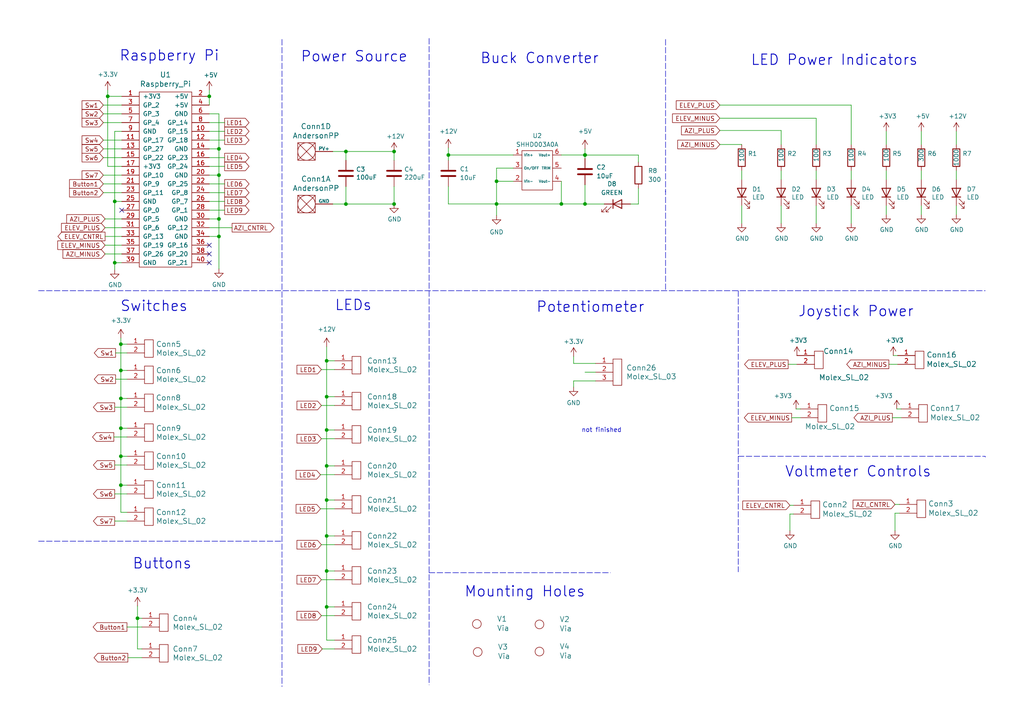
<source format=kicad_sch>
(kicad_sch (version 20230121) (generator eeschema)
  (paper "A4")
  (lib_symbols
    (symbol "Device:C" (pin_numbers hide) (pin_names (offset 0.254))
      (property "Reference" "C" (at 0.635 2.54 0))
      (property "Value" "C" (at 0.635 -2.54 0))
      (symbol "C_0_1"
        (polyline (pts (xy -2.032 -0.762) (xy 2.032 -0.762)) (stroke (width 0.508)))
        (polyline (pts (xy -2.032 0.762) (xy 2.032 0.762)) (stroke (width 0.508)))
      )
      (symbol "C_1_1"
        (pin passive line (at 0 3.81 270) (length 2.794) (name "~") (number "1"))
        (pin passive line (at 0 -3.81 90) (length 2.794) (name "~") (number "2"))
      )
    )
    (symbol "Device:LED" (pin_numbers hide) (pin_names (offset 1.016) hide)
      (property "Reference" "D" (at 0 2.54 0))
      (property "Value" "LED" (at 0 -2.54 0))
      (symbol "LED_0_1"
        (polyline (pts (xy -1.27 -1.27) (xy -1.27 1.27)) (stroke (width 0.254)))
        (polyline (pts (xy -1.27 0) (xy 1.27 0)))
        (polyline (pts (xy 1.27 -1.27) (xy 1.27 1.27) (xy -1.27 0) (xy 1.27 -1.27)) (stroke (width 0.254)))
        (polyline (pts (xy -3.048 -0.762) (xy -4.572 -2.286) (xy -3.81 -2.286) (xy -4.572 -2.286) (xy -4.572 -1.524)))
        (polyline (pts (xy -1.778 -0.762) (xy -3.302 -2.286) (xy -2.54 -2.286) (xy -3.302 -2.286) (xy -3.302 -1.524)))
      )
      (symbol "LED_1_1"
        (pin passive line (at -3.81 0 0) (length 2.54) (name "K") (number "1"))
        (pin passive line (at 3.81 0 180) (length 2.54) (name "A") (number "2"))
      )
    )
    (symbol "Device:R" (pin_numbers hide) (pin_names (offset 0))
      (property "Reference" "R" (at 2.032 0 90))
      (property "Value" "R" (at 0 0 90))
      (symbol "R_0_1"
        (rectangle (start -1.016 -2.54) (end 1.016 2.54) (stroke (width 0.254)))
      )
      (symbol "R_1_1"
        (pin passive line (at 0 3.81 270) (length 1.27) (name "~") (number "1"))
        (pin passive line (at 0 -3.81 90) (length 1.27) (name "~") (number "2"))
      )
    )
    (symbol "EquipmentServicingPanel_Hardware_2023_Rev1-rescue:+3.3V-power" (power) (pin_names (offset 0))
      (property "Value" "+3.3V-power" (at 0 3.556 0))
      (symbol "+3.3V-power_0_1"
        (polyline (pts (xy -0.762 1.27) (xy 0 2.54)))
        (polyline (pts (xy 0 0) (xy 0 2.54)))
        (polyline (pts (xy 0 2.54) (xy 0.762 1.27)))
      )
      (symbol "+3.3V-power_1_1"
        (pin power_in line (at 0 0 90) (length 0) hide (name "+3V3") (number "1"))
      )
    )
    (symbol "MRDT_Connectors:AndersonPP" (pin_numbers hide) (pin_names (offset 0))
      (property "Reference" "Conn" (at 3.81 -1.27 0))
      (property "Value" "AndersonPP" (at 2.54 6.35 0))
      (symbol "AndersonPP_0_1"
        (polyline (pts (xy 0 5.08) (xy 5.08 0)))
        (polyline (pts (xy 5.08 5.08) (xy 0 0)))
        (rectangle (start 0 0) (end 5.08 5.08))
        (circle (center 2.54 2.54) (radius 2.54))
      )
      (symbol "AndersonPP_1_1"
        (pin input line (at 10.16 2.54 180) (length 5.08) (name "GND") (number "1"))
      )
      (symbol "AndersonPP_2_1"
        (pin input line (at 10.16 2.54 180) (length 5.08) (name "V+Log") (number "2"))
      )
      (symbol "AndersonPP_3_1"
        (pin input line (at 10.16 2.54 180) (length 5.08) (name "V+Act") (number "3"))
      )
      (symbol "AndersonPP_4_1"
        (pin input line (at 10.16 2.54 180) (length 5.08) (name "PV+") (number "4"))
      )
      (symbol "AndersonPP_5_1"
        (pin input line (at 10.16 2.54 180) (length 5.08) (name "~") (number "1"))
      )
    )
    (symbol "MRDT_Connectors:Molex_SL_02" (pin_names (offset 1.016))
      (property "Reference" "Conn" (at 3.81 -1.27 0))
      (property "Value" "Molex_SL_02" (at 1.27 6.35 0))
      (symbol "Molex_SL_02_0_1"
        (rectangle (start 0 5.08) (end 2.54 0))
      )
      (symbol "Molex_SL_02_1_1"
        (pin input line (at -5.08 3.81 0) (length 5.08) (name "~") (number "1"))
        (pin input line (at -5.08 1.27 0) (length 5.08) (name "~") (number "2"))
      )
    )
    (symbol "MRDT_Connectors:Molex_SL_03" (pin_names (offset 1.016))
      (property "Reference" "Conn" (at 3.81 -1.27 0))
      (property "Value" "Molex_SL_03" (at 1.27 8.89 0))
      (symbol "Molex_SL_03_0_1"
        (rectangle (start 0 7.62) (end 2.54 0))
      )
      (symbol "Molex_SL_03_1_1"
        (pin input line (at -5.08 6.35 0) (length 5.08) (name "~") (number "1"))
        (pin input line (at -5.08 3.81 0) (length 5.08) (name "~") (number "2"))
        (pin input line (at -5.08 1.27 0) (length 5.08) (name "~") (number "3"))
      )
    )
    (symbol "MRDT_Devices:SHHD003A0A"
      (property "Reference" "U" (at 0 0 0))
      (property "Value" "SHHD003A0A" (at 0 0 0))
      (symbol "SHHD003A0A_0_1"
        (rectangle (start -3.81 13.97) (end 5.08 2.54))
      )
      (symbol "SHHD003A0A_1_1"
        (pin input line (at -6.35 12.7 0) (length 2.54) (name "Vin+") (number "1"))
        (pin input line (at -6.35 5.08 0) (length 2.54) (name "Vin-") (number "2"))
        (pin input line (at -6.35 8.89 0) (length 2.54) (name "On/OFF") (number "3"))
        (pin output line (at 7.62 5.08 180) (length 2.54) (name "Vout-") (number "4"))
        (pin output line (at 7.62 8.89 180) (length 2.54) (name "TRIM") (number "5"))
        (pin output line (at 7.62 12.7 180) (length 2.54) (name "Vout+") (number "6"))
      )
    )
    (symbol "MRDT_Drill_Holes:Via" (pin_names (offset 1.016))
      (property "Reference" "V" (at 0 -2.54 0))
      (property "Value" "Via" (at 0 2.54 0))
      (symbol "Via_0_1"
        (circle (center 0 0) (radius 1.27))
      )
      (symbol "Via_1_1"
        (pin input line (at 0 0 0) (length 5.08) hide (name "~") (number "1"))
      )
    )
    (symbol "MRDT_Shields:Raspberry_Pi" (pin_names (offset 1.016))
      (property "Reference" "U" (at 1.27 -1.27 0))
      (property "Value" "Raspberry_Pi" (at 7.62 52.07 0))
      (symbol "Raspberry_Pi_0_1"
        (rectangle (start 15.24 0) (end 0 50.8))
      )
      (symbol "Raspberry_Pi_1_1"
        (pin input line (at -5.08 49.53 0) (length 5.08) (name "+3V3") (number "1"))
        (pin input line (at 20.32 39.37 180) (length 5.08) (name "GP_15") (number "10"))
        (pin input line (at -5.08 36.83 0) (length 5.08) (name "GP_17") (number "11"))
        (pin input line (at 20.32 36.83 180) (length 5.08) (name "GP_18") (number "12"))
        (pin input line (at -5.08 34.29 0) (length 5.08) (name "GP_27") (number "13"))
        (pin input line (at 20.32 34.29 180) (length 5.08) (name "GND") (number "14"))
        (pin input line (at -5.08 31.75 0) (length 5.08) (name "GP_22") (number "15"))
        (pin input line (at 20.32 31.75 180) (length 5.08) (name "GP_23") (number "16"))
        (pin input line (at 20.32 29.21 180) (length 5.08) (name "GP_24") (number "16"))
        (pin input line (at -5.08 29.21 0) (length 5.08) (name "+3V3") (number "17"))
        (pin input line (at -5.08 26.67 0) (length 5.08) (name "GP_10") (number "19"))
        (pin input line (at 20.32 49.53 180) (length 5.08) (name "+5V") (number "2"))
        (pin input line (at 20.32 26.67 180) (length 5.08) (name "GND") (number "20"))
        (pin input line (at -5.08 24.13 0) (length 5.08) (name "GP_9") (number "21"))
        (pin input line (at 20.32 24.13 180) (length 5.08) (name "GP_25") (number "22"))
        (pin input line (at -5.08 21.59 0) (length 5.08) (name "GP_11") (number "23"))
        (pin input line (at 20.32 21.59 180) (length 5.08) (name "GP_8") (number "24"))
        (pin input line (at -5.08 19.05 0) (length 5.08) (name "GND") (number "25"))
        (pin input line (at 20.32 19.05 180) (length 5.08) (name "GP_7") (number "26"))
        (pin input line (at -5.08 16.51 0) (length 5.08) (name "GP_0") (number "27"))
        (pin input line (at 20.32 16.51 180) (length 5.08) (name "GP_1") (number "28"))
        (pin input line (at -5.08 13.97 0) (length 5.08) (name "GP_5") (number "29"))
        (pin input line (at -5.08 46.99 0) (length 5.08) (name "GP_2") (number "3"))
        (pin input line (at 20.32 13.97 180) (length 5.08) (name "GND") (number "30"))
        (pin input line (at -5.08 11.43 0) (length 5.08) (name "GP_6") (number "31"))
        (pin input line (at 20.32 11.43 180) (length 5.08) (name "GP_12") (number "32"))
        (pin input line (at -5.08 8.89 0) (length 5.08) (name "GP_13") (number "33"))
        (pin input line (at 20.32 8.89 180) (length 5.08) (name "GND") (number "34"))
        (pin input line (at -5.08 6.35 0) (length 5.08) (name "GP_19") (number "35"))
        (pin input line (at 20.32 6.35 180) (length 5.08) (name "GP_16") (number "36"))
        (pin input line (at -5.08 3.81 0) (length 5.08) (name "GP_26") (number "37"))
        (pin input line (at 20.32 3.81 180) (length 5.08) (name "GP_20") (number "38"))
        (pin input line (at -5.08 1.27 0) (length 5.08) (name "GND") (number "39"))
        (pin input line (at 20.32 46.99 180) (length 5.08) (name "+5V") (number "4"))
        (pin input line (at 20.32 1.27 180) (length 5.08) (name "GP_21") (number "40"))
        (pin input line (at -5.08 44.45 0) (length 5.08) (name "GP_3") (number "5"))
        (pin input line (at 20.32 44.45 180) (length 5.08) (name "GND") (number "6"))
        (pin input line (at -5.08 41.91 0) (length 5.08) (name "GP_4") (number "7"))
        (pin input line (at 20.32 41.91 180) (length 5.08) (name "GP_14") (number "8"))
        (pin input line (at -5.08 39.37 0) (length 5.08) (name "GND") (number "9"))
      )
    )
    (symbol "power:+12V" (power) (pin_names (offset 0))
      (property "Value" "+12V" (at 0 3.556 0))
      (symbol "+12V_0_1"
        (polyline (pts (xy -0.762 1.27) (xy 0 2.54)))
        (polyline (pts (xy 0 0) (xy 0 2.54)))
        (polyline (pts (xy 0 2.54) (xy 0.762 1.27)))
      )
      (symbol "+12V_1_1"
        (pin power_in line (at 0 0 90) (length 0) hide (name "+12V") (number "1"))
      )
    )
    (symbol "power:+3.3V" (power) (pin_names (offset 0))
      (property "Value" "+3.3V" (at 0 3.556 0))
      (symbol "+3.3V_0_1"
        (polyline (pts (xy -0.762 1.27) (xy 0 2.54)))
        (polyline (pts (xy 0 0) (xy 0 2.54)))
        (polyline (pts (xy 0 2.54) (xy 0.762 1.27)))
      )
      (symbol "+3.3V_1_1"
        (pin power_in line (at 0 0 90) (length 0) hide (name "+3.3V") (number "1"))
      )
    )
    (symbol "power:+5V" (power) (pin_names (offset 0))
      (property "Value" "+5V" (at 0 3.556 0))
      (symbol "+5V_0_1"
        (polyline (pts (xy -0.762 1.27) (xy 0 2.54)))
        (polyline (pts (xy 0 0) (xy 0 2.54)))
        (polyline (pts (xy 0 2.54) (xy 0.762 1.27)))
      )
      (symbol "+5V_1_1"
        (pin power_in line (at 0 0 90) (length 0) hide (name "+5V") (number "1"))
      )
    )
    (symbol "power:GND" (power) (pin_names (offset 0))
      (property "Value" "GND" (at 0 -3.81 0))
      (symbol "GND_0_1"
        (polyline (pts (xy 0 0) (xy 0 -1.27) (xy 1.27 -1.27) (xy 0 -2.54) (xy -1.27 -1.27) (xy 0 -1.27)))
      )
      (symbol "GND_1_1"
        (pin power_in line (at 0 0 270) (length 0) hide (name "GND") (number "1"))
      )
    )
  )
  (junction (at 31.242 27.94))
  (junction (at 35.052 115.57))
  (junction (at 169.672 44.9724))
  (junction (at 35.052 99.822))
  (junction (at 63.5 68.58))
  (junction (at 94.742 145.034))
  (junction (at 130.048 44.958))
  (junction (at 94.742 115.062))
  (junction (at 94.742 155.448))
  (junction (at 60.706 27.94))
  (junction (at 63.5 63.5))
  (junction (at 169.672 44.958))
  (junction (at 35.052 140.716))
  (junction (at 94.742 165.608))
  (junction (at 94.742 104.648))
  (junction (at 94.742 176.022))
  (junction (at 35.052 124.206))
  (junction (at 100.33 59.182))
  (junction (at 144.018 52.578))
  (junction (at 114.3 43.942))
  (junction (at 35.052 107.442))
  (junction (at 39.878 179.324))
  (junction (at 169.672 59.1541))
  (junction (at 100.33 43.942))
  (junction (at 114.3 59.182))
  (junction (at 144.018 59.1541))
  (junction (at 63.5 43.18))
  (junction (at 63.5 50.8))
  (junction (at 162.814 59.1541))
  (junction (at 94.742 124.714))
  (junction (at 33.274 58.42))
  (junction (at 33.274 76.2))
  (junction (at 35.052 132.334))
  (junction (at 94.742 135.128))
  (no_connect (at 60.706 71.12))
  (no_connect (at 35.306 60.96))
  (no_connect (at 60.706 76.2))
  (no_connect (at 60.706 73.66))
  (wire (pts (xy 215.138 49.53) (xy 215.138 52.07)))
  (wire (pts (xy 35.052 107.442) (xy 36.83 107.442)))
  (polyline (pts (xy 285.75 132.334) (xy 285.75 132.588)) (stroke (width 0) (type dash)))
  (wire (pts (xy 130.048 59.1541) (xy 144.018 59.1541)))
  (wire (pts (xy 94.742 115.062) (xy 97.028 115.062)))
  (wire (pts (xy 185.166 44.9724) (xy 169.672 44.9724)))
  (wire (pts (xy 94.742 155.448) (xy 94.742 145.034)))
  (wire (pts (xy 94.742 124.714) (xy 94.742 115.062)))
  (wire (pts (xy 246.888 30.48) (xy 246.888 41.91)))
  (wire (pts (xy 236.728 52.07) (xy 236.728 49.53)))
  (wire (pts (xy 35.052 107.442) (xy 35.052 115.57)))
  (wire (pts (xy 29.972 45.72) (xy 35.306 45.72)))
  (wire (pts (xy 229.108 146.558) (xy 230.124 146.558)))
  (wire (pts (xy 259.08 103.124) (xy 260.35 103.124)))
  (wire (pts (xy 267.208 41.91) (xy 267.208 38.1)))
  (wire (pts (xy 35.052 99.822) (xy 36.83 99.822)))
  (polyline (pts (xy 124.46 84.328) (xy 124.46 198.628)) (stroke (width 0) (type dash)))
  (polyline (pts (xy 11.176 84.328) (xy 285.75 84.328)) (stroke (width 0) (type dash)))
  (wire (pts (xy 30.48 66.04) (xy 35.306 66.04)))
  (wire (pts (xy 35.306 38.1) (xy 33.274 38.1)))
  (wire (pts (xy 114.3 59.182) (xy 100.33 59.182)))
  (wire (pts (xy 246.888 52.07) (xy 246.888 49.53)))
  (wire (pts (xy 236.728 64.77) (xy 236.728 59.69)))
  (wire (pts (xy 169.672 107.95) (xy 172.72 107.95)))
  (wire (pts (xy 114.3 43.942) (xy 114.3 46.482)))
  (wire (pts (xy 60.706 33.02) (xy 63.5 33.02)))
  (wire (pts (xy 94.742 185.674) (xy 94.742 176.022)))
  (wire (pts (xy 36.83 148.59) (xy 35.052 148.59)))
  (wire (pts (xy 94.742 145.034) (xy 94.742 135.128)))
  (wire (pts (xy 30.48 63.5) (xy 35.306 63.5)))
  (wire (pts (xy 277.368 52.07) (xy 277.368 49.53)))
  (wire (pts (xy 33.274 76.2) (xy 33.274 78.232)))
  (wire (pts (xy 63.5 68.58) (xy 60.706 68.58)))
  (wire (pts (xy 60.706 43.18) (xy 63.5 43.18)))
  (wire (pts (xy 96.52 43.942) (xy 100.33 43.942)))
  (wire (pts (xy 257.81 105.664) (xy 260.35 105.664)))
  (wire (pts (xy 229.108 153.924) (xy 229.108 149.098)))
  (wire (pts (xy 261.366 118.618) (xy 260.096 118.618)))
  (wire (pts (xy 257.048 52.07) (xy 257.048 49.53)))
  (wire (pts (xy 29.972 53.34) (xy 35.306 53.34)))
  (wire (pts (xy 130.048 42.926) (xy 130.048 44.958)))
  (wire (pts (xy 257.048 41.91) (xy 257.048 38.1)))
  (wire (pts (xy 39.878 188.214) (xy 41.148 188.214)))
  (wire (pts (xy 185.166 54.61) (xy 185.166 59.182)))
  (wire (pts (xy 172.72 110.49) (xy 166.37 110.49)))
  (wire (pts (xy 94.742 135.128) (xy 97.028 135.128)))
  (wire (pts (xy 33.528 109.982) (xy 36.83 109.982)))
  (polyline (pts (xy 81.788 11.43) (xy 81.788 84.328)) (stroke (width 0) (type dash)))
  (wire (pts (xy 94.742 124.714) (xy 97.028 124.714)))
  (wire (pts (xy 60.706 63.5) (xy 63.5 63.5)))
  (wire (pts (xy 169.672 43.18) (xy 169.672 44.958)))
  (wire (pts (xy 35.306 58.42) (xy 33.274 58.42)))
  (wire (pts (xy 93.472 188.214) (xy 97.028 188.214)))
  (wire (pts (xy 94.742 145.034) (xy 97.028 145.034)))
  (wire (pts (xy 35.052 99.822) (xy 35.052 107.442)))
  (wire (pts (xy 60.706 45.72) (xy 65.151 45.72)))
  (wire (pts (xy 169.672 44.958) (xy 169.672 44.9724)))
  (wire (pts (xy 33.274 151.13) (xy 36.83 151.13)))
  (wire (pts (xy 267.208 62.23) (xy 267.208 59.69)))
  (polyline (pts (xy 214.122 84.328) (xy 214.122 165.862)) (stroke (width 0) (type dash)))
  (wire (pts (xy 93.218 178.562) (xy 97.028 178.562)))
  (wire (pts (xy 63.5 43.18) (xy 63.5 50.8)))
  (wire (pts (xy 97.028 137.668) (xy 92.9639 137.668)))
  (wire (pts (xy 169.672 53.594) (xy 169.672 59.1541)))
  (wire (pts (xy 236.728 34.29) (xy 208.788 34.29)))
  (wire (pts (xy 100.33 43.942) (xy 114.3 43.942)))
  (wire (pts (xy 33.528 102.362) (xy 36.83 102.362)))
  (wire (pts (xy 35.052 140.716) (xy 35.052 132.334)))
  (wire (pts (xy 277.368 62.23) (xy 277.368 59.69)))
  (wire (pts (xy 29.972 50.8) (xy 35.306 50.8)))
  (wire (pts (xy 29.972 55.88) (xy 35.306 55.88)))
  (wire (pts (xy 31.242 27.94) (xy 31.242 48.26)))
  (wire (pts (xy 100.33 43.942) (xy 100.33 46.482)))
  (wire (pts (xy 258.826 121.158) (xy 261.366 121.158)))
  (wire (pts (xy 33.02 126.746) (xy 36.83 126.746)))
  (wire (pts (xy 162.814 52.578) (xy 162.814 59.1541)))
  (polyline (pts (xy 193.04 11.43) (xy 193.04 84.328)) (stroke (width 0) (type dash)))
  (wire (pts (xy 172.72 105.41) (xy 166.37 105.41)))
  (wire (pts (xy 35.052 140.716) (xy 36.83 140.716)))
  (wire (pts (xy 60.706 26.162) (xy 60.706 27.94)))
  (wire (pts (xy 228.6 105.664) (xy 231.14 105.664)))
  (wire (pts (xy 94.742 165.608) (xy 97.028 165.608)))
  (wire (pts (xy 63.5 50.8) (xy 63.5 63.5)))
  (wire (pts (xy 232.156 118.618) (xy 230.886 118.618)))
  (wire (pts (xy 144.018 48.768) (xy 144.018 52.578)))
  (wire (pts (xy 169.672 59.1541) (xy 162.814 59.1541)))
  (wire (pts (xy 60.706 38.1) (xy 65.151 38.1)))
  (wire (pts (xy 144.018 59.1541) (xy 144.018 62.484)))
  (polyline (pts (xy 124.46 166.116) (xy 177.038 166.116)) (stroke (width 0) (type dash)))
  (wire (pts (xy 267.208 52.07) (xy 267.208 49.53)))
  (wire (pts (xy 93.218 157.988) (xy 97.028 157.988)))
  (wire (pts (xy 226.568 37.846) (xy 208.788 37.846)))
  (wire (pts (xy 94.742 104.648) (xy 97.028 104.648)))
  (wire (pts (xy 33.274 118.11) (xy 36.83 118.11)))
  (wire (pts (xy 229.616 121.158) (xy 232.156 121.158)))
  (wire (pts (xy 29.972 40.64) (xy 35.306 40.64)))
  (wire (pts (xy 148.844 48.768) (xy 144.018 48.768)))
  (wire (pts (xy 92.9639 137.668) (xy 92.9639 137.6997)))
  (wire (pts (xy 35.052 115.57) (xy 35.052 124.206)))
  (wire (pts (xy 169.672 59.182) (xy 169.672 59.1541)))
  (wire (pts (xy 29.972 33.02) (xy 35.306 33.02)))
  (wire (pts (xy 41.148 179.324) (xy 39.878 179.324)))
  (wire (pts (xy 162.814 59.1541) (xy 144.018 59.1541)))
  (wire (pts (xy 31.242 26.162) (xy 31.242 27.94)))
  (wire (pts (xy 60.706 55.88) (xy 65.151 55.88)))
  (wire (pts (xy 35.052 148.59) (xy 35.052 140.716)))
  (wire (pts (xy 144.018 52.578) (xy 144.018 59.1541)))
  (wire (pts (xy 94.742 135.128) (xy 94.742 124.714)))
  (wire (pts (xy 35.052 124.206) (xy 36.83 124.206)))
  (wire (pts (xy 215.138 41.91) (xy 208.788 41.91)))
  (wire (pts (xy 29.972 43.18) (xy 35.306 43.18)))
  (wire (pts (xy 114.3 59.182) (xy 114.3 54.102)))
  (wire (pts (xy 35.052 132.334) (xy 36.83 132.334)))
  (wire (pts (xy 162.814 44.958) (xy 169.672 44.958)))
  (wire (pts (xy 35.052 115.57) (xy 36.83 115.57)))
  (wire (pts (xy 35.306 76.2) (xy 33.274 76.2)))
  (wire (pts (xy 35.306 27.94) (xy 31.242 27.94)))
  (wire (pts (xy 33.274 143.256) (xy 36.83 143.256)))
  (wire (pts (xy 259.588 148.844) (xy 259.588 153.924)))
  (wire (pts (xy 63.5 33.02) (xy 63.5 43.18)))
  (wire (pts (xy 36.83 181.864) (xy 41.148 181.864)))
  (wire (pts (xy 39.878 179.324) (xy 39.878 175.768)))
  (wire (pts (xy 226.568 52.07) (xy 226.568 49.53)))
  (wire (pts (xy 33.274 38.1) (xy 33.274 58.42)))
  (wire (pts (xy 33.274 58.42) (xy 33.274 76.2)))
  (wire (pts (xy 39.878 188.214) (xy 39.878 179.324)))
  (wire (pts (xy 130.048 44.958) (xy 130.048 46.482)))
  (wire (pts (xy 100.33 54.102) (xy 100.33 59.182)))
  (wire (pts (xy 63.5 63.5) (xy 63.5 68.58)))
  (wire (pts (xy 30.48 68.58) (xy 35.306 68.58)))
  (wire (pts (xy 60.706 53.34) (xy 65.151 53.34)))
  (wire (pts (xy 93.218 107.188) (xy 97.028 107.188)))
  (polyline (pts (xy 124.46 11.1429) (xy 124.46 84.328)) (stroke (width 0) (type dash)))
  (wire (pts (xy 144.018 52.578) (xy 148.844 52.578)))
  (wire (pts (xy 35.306 48.26) (xy 31.242 48.26)))
  (wire (pts (xy 166.37 110.49) (xy 166.37 112.268)))
  (wire (pts (xy 96.52 59.182) (xy 100.33 59.182)))
  (polyline (pts (xy 11.176 156.972) (xy 81.788 156.972)) (stroke (width 0) (type dash)))
  (wire (pts (xy 33.274 134.874) (xy 36.83 134.874)))
  (wire (pts (xy 60.706 66.04) (xy 67.31 66.04)))
  (wire (pts (xy 185.166 46.99) (xy 185.166 44.9724)))
  (wire (pts (xy 93.218 117.602) (xy 97.028 117.602)))
  (wire (pts (xy 63.5 77.978) (xy 63.5 68.58)))
  (wire (pts (xy 94.742 176.022) (xy 97.028 176.022)))
  (polyline (pts (xy 81.788 84.582) (xy 81.788 199.136)) (stroke (width 0) (type dash)))
  (wire (pts (xy 260.858 148.844) (xy 259.588 148.844)))
  (wire (pts (xy 60.706 27.94) (xy 60.706 30.48)))
  (wire (pts (xy 35.052 99.822) (xy 35.052 98.044)))
  (wire (pts (xy 37.084 190.754) (xy 41.148 190.754)))
  (wire (pts (xy 29.972 30.48) (xy 35.306 30.48)))
  (wire (pts (xy 92.964 147.574) (xy 97.028 147.574)))
  (wire (pts (xy 30.48 71.12) (xy 35.306 71.12)))
  (wire (pts (xy 230.124 149.098) (xy 229.108 149.098)))
  (wire (pts (xy 94.742 104.648) (xy 94.742 100.584)))
  (wire (pts (xy 35.052 132.334) (xy 35.052 124.206)))
  (wire (pts (xy 60.706 58.42) (xy 65.151 58.42)))
  (wire (pts (xy 30.48 73.66) (xy 35.306 73.66)))
  (wire (pts (xy 97.028 168.148) (xy 93.218 168.148)))
  (wire (pts (xy 60.706 35.56) (xy 65.151 35.56)))
  (wire (pts (xy 175.26 59.182) (xy 169.672 59.182)))
  (wire (pts (xy 60.706 40.64) (xy 65.151 40.64)))
  (wire (pts (xy 93.218 127.254) (xy 97.028 127.254)))
  (wire (pts (xy 130.048 54.102) (xy 130.048 59.1541)))
  (wire (pts (xy 246.888 64.77) (xy 246.888 59.69)))
  (wire (pts (xy 94.742 176.022) (xy 94.742 165.608)))
  (wire (pts (xy 277.368 41.91) (xy 277.368 38.1)))
  (wire (pts (xy 215.138 59.69) (xy 215.138 64.77)))
  (wire (pts (xy 60.706 50.8) (xy 63.5 50.8)))
  (wire (pts (xy 257.048 59.69) (xy 257.048 62.23)))
  (wire (pts (xy 260.858 146.304) (xy 259.588 146.304)))
  (wire (pts (xy 236.728 34.29) (xy 236.728 41.91)))
  (wire (pts (xy 169.672 44.9724) (xy 169.672 45.974)))
  (wire (pts (xy 148.844 44.958) (xy 130.048 44.958)))
  (wire (pts (xy 94.742 155.448) (xy 97.028 155.448)))
  (wire (pts (xy 94.742 165.608) (xy 94.742 155.448)))
  (wire (pts (xy 166.37 105.41) (xy 166.37 103.378)))
  (wire (pts (xy 60.706 60.96) (xy 65.151 60.96)))
  (wire (pts (xy 226.568 37.846) (xy 226.568 41.91)))
  (wire (pts (xy 65.151 48.26) (xy 60.706 48.26)))
  (wire (pts (xy 94.742 115.062) (xy 94.742 104.648)))
  (polyline (pts (xy 193.04 55.626) (xy 193.04 55.372)) (stroke (width 0) (type dash)))
  (wire (pts (xy 185.166 59.182) (xy 182.88 59.182)))
  (wire (pts (xy 226.568 64.77) (xy 226.568 59.69)))
  (wire (pts (xy 97.028 185.674) (xy 94.742 185.674)))
  (polyline (pts (xy 214.122 132.334) (xy 285.75 132.334)) (stroke (width 0) (type dash)))
  (wire (pts (xy 29.972 35.56) (xy 35.306 35.56)))
  (wire (pts (xy 208.788 30.48) (xy 246.888 30.48)))
  (text "Raspberry Pi\n" (at 34.544 18.034 0) (effects (font (size 3 3) (thickness 0.254) bold) (justify left bottom)))
  (text "Buttons" (at 38.354 165.354 0) (effects (font (size 3 3) (thickness 0.254) bold) (justify left bottom)))
  (text "Potentiometer" (at 155.448 90.932 0) (effects (font (size 3 3) (thickness 0.254) bold) (justify left bottom)))
  (text "Power Source" (at 87.122 18.288 0) (effects (font (size 3 3) (thickness 0.254) bold) (justify left bottom)))
  (text "Buck Converter" (at 139.192 18.796 0) (effects (font (size 3 3) (thickness 0.254) bold) (justify left bottom)))
  (text "Switches" (at 34.798 90.678 0) (effects (font (size 3 3) (thickness 0.254) bold) (justify left bottom)))
  (text "not finished" (at 180.34 125.603 0) (effects (font (size 1.27 1.27)) (justify right bottom)))
  (text "Joystick Power" (at 231.394 92.202 0) (effects (font (size 3 3) (thickness 0.254) bold) (justify left bottom)))
  (text "Mounting Holes" (at 134.62 173.482 0) (effects (font (size 3 3) (thickness 0.254) bold) (justify left bottom)))
  (text "LEDs" (at 97.028 90.424 0) (effects (font (size 3 3) (thickness 0.254) bold) (justify left bottom)))
  (text "LED Power Indicators" (at 217.678 19.304 0) (effects (font (size 3 3) (thickness 0.254) bold) (justify left bottom)))
  (text "Voltmeter Controls" (at 227.584 138.684 0) (effects (font (size 3 3) (thickness 0.254) bold) (justify left bottom)))
  (global_label "LED7" (shape input) (at 93.218 168.148 180) (property "Intersheetrefs" "${INTERSHEET_REFS}" (effects hide)))
  (global_label "ELEV_CNTRL" (shape input) (at 229.108 146.558 180) (property "Intersheetrefs" "${INTERSHEET_REFS}" (effects hide)))
  (global_label "LED5" (shape output) (at 65.151 48.26 0) (property "Intersheetrefs" "${INTERSHEET_REFS}" (effects hide)))
  (global_label "Sw2" (shape input) (at 29.972 33.02 180) (property "Intersheetrefs" "${INTERSHEET_REFS}" (effects hide)))
  (global_label "Button2" (shape output) (at 37.084 190.754 180) (property "Intersheetrefs" "${INTERSHEET_REFS}" (effects hide)))
  (global_label "AZI_CNTRL" (shape output) (at 67.31 66.04 0) (property "Intersheetrefs" "${INTERSHEET_REFS}" (effects hide)))
  (global_label "Sw3" (shape input) (at 29.972 35.56 180) (property "Intersheetrefs" "${INTERSHEET_REFS}" (effects hide)))
  (global_label "ELEV_MINUS" (shape output) (at 229.616 121.158 180) (property "Intersheetrefs" "${INTERSHEET_REFS}" (effects hide)))
  (global_label "LED1" (shape input) (at 93.218 107.188 180) (property "Intersheetrefs" "${INTERSHEET_REFS}" (effects hide)))
  (global_label "Sw4" (shape output) (at 33.02 126.746 180) (property "Intersheetrefs" "${INTERSHEET_REFS}" (effects hide)))
  (global_label "LED8" (shape input) (at 93.218 178.562 180) (property "Intersheetrefs" "${INTERSHEET_REFS}" (effects hide)))
  (global_label "LED2" (shape output) (at 65.151 38.1 0) (property "Intersheetrefs" "${INTERSHEET_REFS}" (effects hide)))
  (global_label "ELEV_PLUS" (shape input) (at 30.48 66.04 180) (property "Intersheetrefs" "${INTERSHEET_REFS}" (effects hide)))
  (global_label "AZI_CNTRL" (shape input) (at 259.588 146.304 180) (property "Intersheetrefs" "${INTERSHEET_REFS}" (effects hide)))
  (global_label "Button1" (shape input) (at 29.972 53.34 180) (property "Intersheetrefs" "${INTERSHEET_REFS}" (effects hide)))
  (global_label "LED3" (shape output) (at 65.151 40.64 0) (property "Intersheetrefs" "${INTERSHEET_REFS}" (effects hide)))
  (global_label "Sw5" (shape input) (at 29.972 43.18 180) (property "Intersheetrefs" "${INTERSHEET_REFS}" (effects hide)))
  (global_label "LED5" (shape input) (at 92.964 147.574 180) (property "Intersheetrefs" "${INTERSHEET_REFS}" (effects hide)))
  (global_label "AZI_PLUS" (shape input) (at 208.788 37.846 180) (property "Intersheetrefs" "${INTERSHEET_REFS}" (effects hide)))
  (global_label "LED6" (shape output) (at 65.151 53.34 0) (property "Intersheetrefs" "${INTERSHEET_REFS}" (effects hide)))
  (global_label "LED7" (shape output) (at 65.151 55.88 0) (property "Intersheetrefs" "${INTERSHEET_REFS}" (effects hide)))
  (global_label "ELEV_PLUS" (shape output) (at 228.6 105.664 180) (property "Intersheetrefs" "${INTERSHEET_REFS}" (effects hide)))
  (global_label "Sw2" (shape output) (at 33.528 109.982 180) (property "Intersheetrefs" "${INTERSHEET_REFS}" (effects hide)))
  (global_label "AZI_MINUS" (shape output) (at 257.81 105.664 180) (property "Intersheetrefs" "${INTERSHEET_REFS}" (effects hide)))
  (global_label "LED4" (shape input) (at 92.9639 137.6997 180) (property "Intersheetrefs" "${INTERSHEET_REFS}" (effects hide)))
  (global_label "LED3" (shape input) (at 93.218 127.254 180) (property "Intersheetrefs" "${INTERSHEET_REFS}" (effects hide)))
  (global_label "ELEV_CNTRL" (shape output) (at 30.48 68.58 180) (property "Intersheetrefs" "${INTERSHEET_REFS}" (effects hide)))
  (global_label "Sw5" (shape output) (at 33.274 134.874 180) (property "Intersheetrefs" "${INTERSHEET_REFS}" (effects hide)))
  (global_label "Sw3" (shape output) (at 33.274 118.11 180) (property "Intersheetrefs" "${INTERSHEET_REFS}" (effects hide)))
  (global_label "LED4" (shape output) (at 65.151 45.72 0) (property "Intersheetrefs" "${INTERSHEET_REFS}" (effects hide)))
  (global_label "Sw6" (shape input) (at 29.972 45.72 180) (property "Intersheetrefs" "${INTERSHEET_REFS}" (effects hide)))
  (global_label "ELEV_PLUS" (shape input) (at 208.788 30.48 180) (property "Intersheetrefs" "${INTERSHEET_REFS}" (effects hide)))
  (global_label "AZI_MINUS" (shape input) (at 30.48 73.66 180) (property "Intersheetrefs" "${INTERSHEET_REFS}" (effects hide)))
  (global_label "LED9" (shape output) (at 65.151 60.96 0) (property "Intersheetrefs" "${INTERSHEET_REFS}" (effects hide)))
  (global_label "Sw7" (shape input) (at 29.972 50.8 180) (property "Intersheetrefs" "${INTERSHEET_REFS}" (effects hide)))
  (global_label "LED1" (shape output) (at 65.151 35.56 0) (property "Intersheetrefs" "${INTERSHEET_REFS}" (effects hide)))
  (global_label "LED2" (shape input) (at 93.218 117.602 180) (property "Intersheetrefs" "${INTERSHEET_REFS}" (effects hide)))
  (global_label "AZI_PLUS" (shape input) (at 30.48 63.5 180) (property "Intersheetrefs" "${INTERSHEET_REFS}" (effects hide)))
  (global_label "Sw1" (shape input) (at 29.972 30.48 180) (property "Intersheetrefs" "${INTERSHEET_REFS}" (effects hide)))
  (global_label "ELEV_MINUS" (shape input) (at 208.788 34.29 180) (property "Intersheetrefs" "${INTERSHEET_REFS}" (effects hide)))
  (global_label "Sw4" (shape input) (at 29.972 40.64 180) (property "Intersheetrefs" "${INTERSHEET_REFS}" (effects hide)))
  (global_label "Sw6" (shape output) (at 33.274 143.256 180) (property "Intersheetrefs" "${INTERSHEET_REFS}" (effects hide)))
  (global_label "Button2" (shape input) (at 29.972 55.88 180) (property "Intersheetrefs" "${INTERSHEET_REFS}" (effects hide)))
  (global_label "LED6" (shape input) (at 93.218 157.988 180) (property "Intersheetrefs" "${INTERSHEET_REFS}" (effects hide)))
  (global_label "ELEV_MINUS" (shape input) (at 30.48 71.12 180) (property "Intersheetrefs" "${INTERSHEET_REFS}" (effects hide)))
  (global_label "Button1" (shape output) (at 36.83 181.864 180) (property "Intersheetrefs" "${INTERSHEET_REFS}" (effects hide)))
  (global_label "Sw1" (shape output) (at 33.528 102.362 180) (property "Intersheetrefs" "${INTERSHEET_REFS}" (effects hide)))
  (global_label "AZI_PLUS" (shape output) (at 258.826 121.158 180) (property "Intersheetrefs" "${INTERSHEET_REFS}" (effects hide)))
  (global_label "LED9" (shape input) (at 93.472 188.214 180) (property "Intersheetrefs" "${INTERSHEET_REFS}" (effects hide)))
  (global_label "Sw7" (shape output) (at 33.274 151.13 180) (property "Intersheetrefs" "${INTERSHEET_REFS}" (effects hide)))
  (global_label "AZI_MINUS" (shape input) (at 208.788 41.91 180) (property "Intersheetrefs" "${INTERSHEET_REFS}" (effects hide)))
  (global_label "LED8" (shape output) (at 65.151 58.42 0) (property "Intersheetrefs" "${INTERSHEET_REFS}" (effects hide)))
  (symbol (lib_id "Device:R") (at 215.138 45.72 0) (unit 1)
    (property "Reference" "R1" (at 216.916 44.5516 0) (effects (justify left)))
    (property "Value" "100" (at 215.138 46.99 90) (effects (justify left)))
    (property "Footprint" "Resistor_SMD:R_0603_1608Metric_Pad0.98x0.95mm_HandSolder" (effects hide))
  )
  (symbol (lib_id "Device:R") (at 226.568 45.72 0) (unit 1)
    (property "Reference" "R2" (at 228.346 44.5516 0) (effects (justify left)))
    (property "Value" "100" (at 226.568 46.99 90) (effects (justify left)))
    (property "Footprint" "Resistor_SMD:R_0603_1608Metric_Pad0.98x0.95mm_HandSolder" (effects hide))
  )
  (symbol (lib_id "Device:R") (at 236.728 45.72 0) (unit 1)
    (property "Reference" "R3" (at 238.506 44.5516 0) (effects (justify left)))
    (property "Value" "100" (at 236.728 46.99 90) (effects (justify left)))
    (property "Footprint" "Resistor_SMD:R_0603_1608Metric_Pad0.98x0.95mm_HandSolder" (effects hide))
  )
  (symbol (lib_id "Device:R") (at 246.888 45.72 0) (unit 1)
    (property "Reference" "R4" (at 248.666 44.5516 0) (effects (justify left)))
    (property "Value" "100" (at 246.888 46.99 90) (effects (justify left)))
    (property "Footprint" "Resistor_SMD:R_0603_1608Metric_Pad0.98x0.95mm_HandSolder" (effects hide))
  )
  (symbol (lib_id "Device:LED") (at 215.138 55.88 90) (unit 1)
    (property "Reference" "D1" (at 218.1352 54.8894 90) (effects (justify right)))
    (property "Value" "LED" (at 218.1352 57.2008 90) (effects (justify right)))
    (property "Footprint" "LED_SMD:LED_0603_1608Metric_Pad1.05x0.95mm_HandSolder" (effects hide))
  )
  (symbol (lib_id "Device:LED") (at 226.568 55.88 90) (unit 1)
    (property "Reference" "D2" (at 229.5652 54.8894 90) (effects (justify right)))
    (property "Value" "LED" (at 229.5652 57.2008 90) (effects (justify right)))
    (property "Footprint" "LED_SMD:LED_0603_1608Metric_Pad1.05x0.95mm_HandSolder" (effects hide))
  )
  (symbol (lib_id "Device:LED") (at 236.728 55.88 90) (unit 1)
    (property "Reference" "D3" (at 239.7252 54.8894 90) (effects (justify right)))
    (property "Value" "LED" (at 239.7252 57.2008 90) (effects (justify right)))
    (property "Footprint" "LED_SMD:LED_0603_1608Metric_Pad1.05x0.95mm_HandSolder" (effects hide))
  )
  (symbol (lib_id "Device:LED") (at 246.888 55.88 90) (unit 1)
    (property "Reference" "D4" (at 249.8852 54.8894 90) (effects (justify right)))
    (property "Value" "LED" (at 249.8852 57.2008 90) (effects (justify right)))
    (property "Footprint" "LED_SMD:LED_0603_1608Metric_Pad1.05x0.95mm_HandSolder" (effects hide))
  )
  (symbol (lib_id "power:GND") (at 215.138 64.77 0) (unit 1)
    (property "Reference" "#PWR028" (effects hide))
    (property "Value" "GND" (at 215.265 69.1642 0))
  )
  (symbol (lib_id "power:GND") (at 226.568 64.77 0) (unit 1)
    (property "Reference" "#PWR029" (effects hide))
    (property "Value" "GND" (at 226.695 69.1642 0))
  )
  (symbol (lib_id "power:GND") (at 236.728 64.77 0) (unit 1)
    (property "Reference" "#PWR030" (effects hide))
    (property "Value" "GND" (at 236.855 69.1642 0))
  )
  (symbol (lib_id "power:GND") (at 246.888 64.77 0) (unit 1)
    (property "Reference" "#PWR037" (effects hide))
    (property "Value" "GND" (at 247.015 69.1642 0))
  )
  (symbol (lib_id "MRDT_Connectors:Molex_SL_02") (at 235.204 150.368 0) (unit 1)
    (property "Reference" "Conn2" (at 238.4552 146.3548 0) (effects (font (size 1.524 1.524)) (justify left)))
    (property "Value" "Molex_SL_02" (at 238.4552 149.0472 0) (effects (font (size 1.524 1.524)) (justify left)))
    (property "Footprint" "MRDT_Connectors:MOLEX_SL_02_Horizontal" (effects hide))
  )
  (symbol (lib_id "MRDT_Connectors:Molex_SL_02") (at 265.938 150.114 0) (unit 1)
    (property "Reference" "Conn3" (at 269.1892 146.1008 0) (effects (font (size 1.524 1.524)) (justify left)))
    (property "Value" "Molex_SL_02" (at 269.1892 148.7932 0) (effects (font (size 1.524 1.524)) (justify left)))
    (property "Footprint" "MRDT_Connectors:MOLEX_SL_02_Horizontal" (effects hide))
  )
  (symbol (lib_id "power:GND") (at 229.108 153.924 0) (unit 1)
    (property "Reference" "#PWR04" (effects hide))
    (property "Value" "GND" (at 229.235 158.3182 0))
  )
  (symbol (lib_id "power:GND") (at 259.588 153.924 0) (unit 1)
    (property "Reference" "#PWR012" (effects hide))
    (property "Value" "GND" (at 259.715 158.3182 0))
  )
  (symbol (lib_id "power:GND") (at 33.274 78.232 0) (unit 1)
    (property "Reference" "#PWR03" (effects hide))
    (property "Value" "GND" (at 33.401 82.6262 0))
  )
  (symbol (lib_id "MRDT_Connectors:AndersonPP") (at 86.36 61.722 0) (unit 1)
    (property "Reference" "Conn1" (at 91.6432 51.8922 0) (effects (font (size 1.524 1.524))))
    (property "Value" "AndersonPP" (at 91.6432 54.5846 0) (effects (font (size 1.524 1.524))))
    (property "Footprint" "MRDT_Connectors:Square_Anderson_2_H_Stacked" (effects hide))
  )
  (symbol (lib_id "MRDT_Connectors:AndersonPP") (at 86.36 46.482 0) (unit 4)
    (property "Reference" "Conn1" (at 91.6432 36.6522 0) (effects (font (size 1.524 1.524))))
    (property "Value" "AndersonPP" (at 91.6432 39.3446 0) (effects (font (size 1.524 1.524))))
    (property "Footprint" "MRDT_Connectors:Square_Anderson_2_H_Stacked" (effects hide))
  )
  (symbol (lib_id "Device:R") (at 257.048 45.72 0) (unit 1)
    (property "Reference" "R5" (at 258.826 44.5516 0) (effects (justify left)))
    (property "Value" "100" (at 257.048 46.99 90) (effects (justify left)))
    (property "Footprint" "Resistor_SMD:R_0603_1608Metric_Pad0.98x0.95mm_HandSolder" (effects hide))
  )
  (symbol (lib_id "Device:R") (at 267.208 45.72 0) (unit 1)
    (property "Reference" "R6" (at 268.986 44.5516 0) (effects (justify left)))
    (property "Value" "300" (at 267.208 46.99 90) (effects (justify left)))
    (property "Footprint" "Resistor_SMD:R_0603_1608Metric_Pad0.98x0.95mm_HandSolder" (effects hide))
  )
  (symbol (lib_id "Device:R") (at 277.368 45.72 0) (unit 1)
    (property "Reference" "R7" (at 279.146 44.5516 0) (effects (justify left)))
    (property "Value" "1000" (at 277.368 48.26 90) (effects (justify left)))
    (property "Footprint" "Resistor_SMD:R_0603_1608Metric_Pad0.98x0.95mm_HandSolder" (effects hide))
  )
  (symbol (lib_id "power:+12V") (at 277.368 38.1 0) (unit 1)
    (property "Reference" "#PWR042" (effects hide))
    (property "Value" "+12V" (at 277.749 33.7058 0))
  )
  (symbol (lib_id "power:+5V") (at 267.208 38.1 0) (unit 1)
    (property "Reference" "#PWR040" (effects hide))
    (property "Value" "+5V" (at 267.589 33.7058 0))
  )
  (symbol (lib_id "EquipmentServicingPanel_Hardware_2023_Rev1-rescue:+3.3V-power") (at 257.048 38.1 0) (unit 1)
    (property "Reference" "#PWR038" (effects hide))
    (property "Value" "+3.3V" (at 257.429 33.7058 0))
  )
  (symbol (lib_id "power:+12V") (at 114.3 43.942 0) (unit 1)
    (property "Reference" "#PWR05" (effects hide))
    (property "Value" "+12V" (at 114.681 39.5478 0))
  )
  (symbol (lib_id "power:GND") (at 114.3 59.182 0) (unit 1)
    (property "Reference" "#PWR019" (effects hide))
    (property "Value" "GND" (at 114.427 63.5762 0))
  )
  (symbol (lib_id "Device:LED") (at 257.048 55.88 90) (unit 1)
    (property "Reference" "D5" (at 260.0452 54.8894 90) (effects (justify right)))
    (property "Value" "LED" (at 260.0452 57.2008 90) (effects (justify right)))
    (property "Footprint" "LED_SMD:LED_0603_1608Metric_Pad1.05x0.95mm_HandSolder" (effects hide))
  )
  (symbol (lib_id "Device:LED") (at 267.208 55.88 90) (unit 1)
    (property "Reference" "D6" (at 270.2052 54.8894 90) (effects (justify right)))
    (property "Value" "LED" (at 270.2052 57.2008 90) (effects (justify right)))
    (property "Footprint" "LED_SMD:LED_0603_1608Metric_Pad1.05x0.95mm_HandSolder" (effects hide))
  )
  (symbol (lib_id "Device:LED") (at 277.368 55.88 90) (unit 1)
    (property "Reference" "D7" (at 280.3652 54.8894 90) (effects (justify right)))
    (property "Value" "LED" (at 280.3652 57.2008 90) (effects (justify right)))
    (property "Footprint" "LED_SMD:LED_0603_1608Metric_Pad1.05x0.95mm_HandSolder" (effects hide))
  )
  (symbol (lib_id "power:GND") (at 257.048 62.23 0) (unit 1)
    (property "Reference" "#PWR039" (effects hide))
    (property "Value" "GND" (at 257.175 66.6242 0))
  )
  (symbol (lib_id "power:GND") (at 267.208 62.23 0) (unit 1)
    (property "Reference" "#PWR041" (effects hide))
    (property "Value" "GND" (at 267.335 66.6242 0))
  )
  (symbol (lib_id "power:GND") (at 277.368 62.23 0) (unit 1)
    (property "Reference" "#PWR043" (effects hide))
    (property "Value" "GND" (at 277.495 66.6242 0))
  )
  (symbol (lib_id "MRDT_Connectors:Molex_SL_02") (at 236.22 106.934 0) (unit 1)
    (property "Reference" "Conn14" (at 238.76 101.854 0) (effects (font (size 1.524 1.524)) (justify left)))
    (property "Value" "Molex_SL_02" (at 237.49 109.474 0) (effects (font (size 1.524 1.524)) (justify left)))
    (property "Footprint" "MRDT_Connectors:MOLEX_SL_02_Horizontal" (effects hide))
  )
  (symbol (lib_id "MRDT_Connectors:Molex_SL_02") (at 265.43 106.934 0) (unit 1)
    (property "Reference" "Conn16" (at 268.6812 102.9208 0) (effects (font (size 1.524 1.524)) (justify left)))
    (property "Value" "Molex_SL_02" (at 268.6812 105.6132 0) (effects (font (size 1.524 1.524)) (justify left)))
    (property "Footprint" "MRDT_Connectors:MOLEX_SL_02_Horizontal" (effects hide))
  )
  (symbol (lib_id "MRDT_Connectors:Molex_SL_02") (at 266.446 122.428 0) (unit 1)
    (property "Reference" "Conn17" (at 269.6972 118.4148 0) (effects (font (size 1.524 1.524)) (justify left)))
    (property "Value" "Molex_SL_02" (at 269.6972 121.1072 0) (effects (font (size 1.524 1.524)) (justify left)))
    (property "Footprint" "MRDT_Connectors:MOLEX_SL_02_Vertical" (effects hide))
  )
  (symbol (lib_id "MRDT_Connectors:Molex_SL_02") (at 237.236 122.428 0) (unit 1)
    (property "Reference" "Conn15" (at 240.4872 118.4148 0) (effects (font (size 1.524 1.524)) (justify left)))
    (property "Value" "Molex_SL_02" (at 233.426 123.698 0) (effects (font (size 1.524 1.524)) (justify left)))
    (property "Footprint" "MRDT_Connectors:MOLEX_SL_02_Vertical" (effects hide))
  )
  (symbol (lib_id "MRDT_Connectors:Molex_SL_02") (at 41.91 119.38 0) (unit 1)
    (property "Reference" "Conn8" (at 45.1612 115.3668 0) (effects (font (size 1.524 1.524)) (justify left)))
    (property "Value" "Molex_SL_02" (at 45.1612 118.0592 0) (effects (font (size 1.524 1.524)) (justify left)))
    (property "Footprint" "MRDT_Connectors:MOLEX_SL_02_Vertical" (effects hide))
  )
  (symbol (lib_id "power:+5V") (at 60.706 26.162 0) (unit 1)
    (property "Reference" "#PWR06" (effects hide))
    (property "Value" "+5V" (at 61.087 21.7678 0))
  )
  (symbol (lib_id "EquipmentServicingPanel_Hardware_2023_Rev1-rescue:+3.3V-power") (at 259.08 103.124 0) (unit 1)
    (property "Reference" "#PWR051" (effects hide))
    (property "Value" "+3.3V" (at 259.461 98.7298 0))
  )
  (symbol (lib_id "EquipmentServicingPanel_Hardware_2023_Rev1-rescue:+3.3V-power") (at 231.14 103.124 0) (unit 1)
    (property "Reference" "#PWR046" (effects hide))
    (property "Value" "+3.3V" (at 231.521 98.7298 0))
  )
  (symbol (lib_id "EquipmentServicingPanel_Hardware_2023_Rev1-rescue:+3.3V-power") (at 230.886 118.618 0) (unit 1)
    (property "Reference" "#PWR045" (effects hide))
    (property "Value" "+3.3V" (at 227.076 114.808 0))
  )
  (symbol (lib_id "EquipmentServicingPanel_Hardware_2023_Rev1-rescue:+3.3V-power") (at 260.096 118.618 0) (unit 1)
    (property "Reference" "#PWR052" (effects hide))
    (property "Value" "+3.3V" (at 256.286 114.808 0))
  )
  (symbol (lib_id "MRDT_Drill_Holes:Via") (at 138.303 180.975 0) (unit 1)
    (property "Reference" "V1" (at 144.0942 179.5018 0) (effects (font (size 1.524 1.524)) (justify left)))
    (property "Value" "Via" (at 144.0942 182.1942 0) (effects (font (size 1.524 1.524)) (justify left)))
    (property "Footprint" "MRDT_Drill_Holes:4_40_Hole_Corner" (effects hide))
  )
  (symbol (lib_id "MRDT_Drill_Holes:Via") (at 156.464 181.102 0) (unit 1)
    (property "Reference" "V2" (at 162.2552 179.6288 0) (effects (font (size 1.524 1.524)) (justify left)))
    (property "Value" "Via" (at 162.2552 182.3212 0) (effects (font (size 1.524 1.524)) (justify left)))
    (property "Footprint" "MRDT_Drill_Holes:4_40_Hole_Corner" (effects hide))
  )
  (symbol (lib_id "MRDT_Shields:Raspberry_Pi") (at 40.386 77.47 0) (unit 1)
    (property "Reference" "U1" (at 48.006 21.6662 0) (effects (font (size 1.524 1.524))))
    (property "Value" "Raspberry_Pi" (at 48.006 24.3586 0) (effects (font (size 1.524 1.524))))
    (property "Footprint" "MRDT_Shields:RASPBERRY_PI_HEADERS" (effects hide))
  )
  (symbol (lib_id "MRDT_Drill_Holes:Via") (at 138.557 189.103 0) (unit 1)
    (property "Reference" "V3" (at 144.3482 187.6298 0) (effects (font (size 1.524 1.524)) (justify left)))
    (property "Value" "Via" (at 144.3482 190.3222 0) (effects (font (size 1.524 1.524)) (justify left)))
    (property "Footprint" "MRDT_Drill_Holes:4_40_Hole_Corner" (effects hide))
  )
  (symbol (lib_id "MRDT_Drill_Holes:Via") (at 156.464 188.976 0) (unit 1)
    (property "Reference" "V4" (at 162.2552 187.5028 0) (effects (font (size 1.524 1.524)) (justify left)))
    (property "Value" "Via" (at 162.2552 190.1952 0) (effects (font (size 1.524 1.524)) (justify left)))
    (property "Footprint" "MRDT_Drill_Holes:4_40_Hole_Corner" (effects hide))
  )
  (symbol (lib_id "Device:C") (at 100.33 50.292 0) (unit 1)
    (property "Reference" "C3" (at 103.251 49.1236 0) (effects (justify left)))
    (property "Value" "100uF" (at 103.251 51.435 0) (effects (justify left)))
    (property "Footprint" "Capacitor_THT:CP_Radial_D6.3mm_P2.50mm" (effects hide))
  )
  (symbol (lib_id "Device:C") (at 114.3 50.292 0) (unit 1)
    (property "Reference" "C4" (at 117.221 49.1236 0) (effects (justify left)))
    (property "Value" "220uF" (at 117.221 51.435 0) (effects (justify left)))
    (property "Footprint" "Capacitor_THT:CP_Radial_D6.3mm_P2.50mm" (effects hide))
  )
  (symbol (lib_id "MRDT_Connectors:Molex_SL_02") (at 102.108 169.418 0) (unit 1)
    (property "Reference" "Conn23" (at 106.426 165.608 0) (effects (font (size 1.524 1.524)) (justify left)))
    (property "Value" "Molex_SL_02" (at 106.426 168.148 0) (effects (font (size 1.524 1.524)) (justify left)))
  )
  (symbol (lib_id "MRDT_Connectors:Molex_SL_02") (at 46.228 183.134 0) (unit 1)
    (property "Reference" "Conn4" (at 50.038 179.324 0) (effects (font (size 1.524 1.524)) (justify left)))
    (property "Value" "Molex_SL_02" (at 50.038 181.864 0) (effects (font (size 1.524 1.524)) (justify left)))
  )
  (symbol (lib_id "MRDT_Connectors:Molex_SL_02") (at 102.108 159.258 0) (unit 1)
    (property "Reference" "Conn22" (at 106.426 155.448 0) (effects (font (size 1.524 1.524)) (justify left)))
    (property "Value" "Molex_SL_02" (at 106.426 157.988 0) (effects (font (size 1.524 1.524)) (justify left)))
  )
  (symbol (lib_id "power:GND") (at 63.5 77.978 0) (unit 1)
    (property "Reference" "#PWR02" (effects hide))
    (property "Value" "GND" (at 63.5 82.55 0))
  )
  (symbol (lib_id "MRDT_Connectors:Molex_SL_02") (at 41.91 136.144 0) (unit 1)
    (property "Reference" "Conn10" (at 45.212 132.334 0) (effects (font (size 1.524 1.524)) (justify left)))
    (property "Value" "Molex_SL_02" (at 45.212 134.874 0) (effects (font (size 1.524 1.524)) (justify left)))
  )
  (symbol (lib_id "power:+3.3V") (at 31.242 26.162 0) (unit 1)
    (property "Reference" "#PWR01" (effects hide))
    (property "Value" "+3.3V" (at 31.242 21.59 0))
  )
  (symbol (lib_id "power:+12V") (at 130.048 42.926 0) (unit 1)
    (property "Reference" "#PWR044" (effects hide))
    (property "Value" "+12V" (at 130.048 38.1 0))
  )
  (symbol (lib_id "Device:C") (at 169.672 49.784 0) (unit 1)
    (property "Reference" "C2" (at 172.974 48.514 0) (effects (justify left)))
    (property "Value" "10uF" (at 172.974 51.054 0) (effects (justify left)))
  )
  (symbol (lib_id "MRDT_Connectors:Molex_SL_02") (at 41.91 111.252 0) (unit 1)
    (property "Reference" "Conn6" (at 45.212 107.442 0) (effects (font (size 1.524 1.524)) (justify left)))
    (property "Value" "Molex_SL_02" (at 45.212 109.982 0) (effects (font (size 1.524 1.524)) (justify left)))
  )
  (symbol (lib_id "power:+3.3V") (at 35.052 98.044 0) (unit 1)
    (property "Reference" "#PWR07" (effects hide))
    (property "Value" "+3.3V" (at 35.052 92.964 0))
  )
  (symbol (lib_id "MRDT_Connectors:Molex_SL_02") (at 41.91 144.526 0) (unit 1)
    (property "Reference" "Conn11" (at 45.212 140.716 0) (effects (font (size 1.524 1.524)) (justify left)))
    (property "Value" "Molex_SL_02" (at 45.212 143.256 0) (effects (font (size 1.524 1.524)) (justify left)))
  )
  (symbol (lib_id "MRDT_Devices:SHHD003A0A") (at 155.194 57.658 0) (unit 1)
    (property "Reference" "U2" (at 155.829 39.37 0))
    (property "Value" "SHHD003A0A" (at 155.829 41.91 0))
    (property "Footprint" "MRDT_Devices:SHHD003A0A-SRZ" (effects hide))
    (property "Datasheet" "https://www.digikey.com/en/products/detail/abb-power-conversion/SHHD003A0A41-SRZ/3993519" (effects hide))
  )
  (symbol (lib_id "power:+12V") (at 94.742 100.584 0) (unit 1)
    (property "Reference" "#PWR09" (effects hide))
    (property "Value" "+12V" (at 94.742 95.504 0))
  )
  (symbol (lib_id "MRDT_Connectors:Molex_SL_02") (at 102.108 179.832 0) (unit 1)
    (property "Reference" "Conn24" (at 106.426 176.022 0) (effects (font (size 1.524 1.524)) (justify left)))
    (property "Value" "Molex_SL_02" (at 106.426 178.562 0) (effects (font (size 1.524 1.524)) (justify left)))
  )
  (symbol (lib_id "MRDT_Connectors:Molex_SL_02") (at 46.228 192.024 0) (unit 1)
    (property "Reference" "Conn7" (at 50.038 188.214 0) (effects (font (size 1.524 1.524)) (justify left)))
    (property "Value" "Molex_SL_02" (at 50.038 190.754 0) (effects (font (size 1.524 1.524)) (justify left)))
  )
  (symbol (lib_id "MRDT_Connectors:Molex_SL_02") (at 102.108 189.484 0) (unit 1)
    (property "Reference" "Conn25" (at 106.426 185.674 0) (effects (font (size 1.524 1.524)) (justify left)))
    (property "Value" "Molex_SL_02" (at 106.426 188.214 0) (effects (font (size 1.524 1.524)) (justify left)))
  )
  (symbol (lib_id "Device:R") (at 185.166 50.8 0) (unit 1)
    (property "Reference" "R8" (at 187.96 49.53 0) (effects (justify left)))
    (property "Value" "300" (at 187.96 52.07 0) (effects (justify left)))
  )
  (symbol (lib_id "power:+3.3V") (at 166.37 103.378 0) (unit 1)
    (property "Reference" "#PWR010" (effects hide))
    (property "Value" "+3.3V" (at 166.37 99.06 0))
  )
  (symbol (lib_id "Device:LED") (at 179.07 59.182 0) (unit 1)
    (property "Reference" "D8" (at 177.4825 53.34 0))
    (property "Value" "GREEN" (at 177.4825 55.88 0))
  )
  (symbol (lib_id "power:+3.3V") (at 39.878 175.768 0) (unit 1)
    (property "Reference" "#PWR08" (effects hide))
    (property "Value" "+3.3V" (at 39.878 171.196 0))
  )
  (symbol (lib_id "power:GND") (at 144.018 62.484 0) (unit 1)
    (property "Reference" "#PWR047" (effects hide))
    (property "Value" "GND" (at 144.018 67.31 0))
  )
  (symbol (lib_id "Device:C") (at 130.048 50.292 0) (unit 1)
    (property "Reference" "C1" (at 133.35 49.022 0) (effects (justify left)))
    (property "Value" "10uF" (at 133.35 51.562 0) (effects (justify left)))
  )
  (symbol (lib_id "MRDT_Connectors:Molex_SL_02") (at 102.108 148.844 0) (unit 1)
    (property "Reference" "Conn21" (at 106.426 145.034 0) (effects (font (size 1.524 1.524)) (justify left)))
    (property "Value" "Molex_SL_02" (at 106.426 147.574 0) (effects (font (size 1.524 1.524)) (justify left)))
  )
  (symbol (lib_id "power:+5V") (at 169.672 43.18 0) (unit 1)
    (property "Reference" "#PWR048" (effects hide))
    (property "Value" "+5V" (at 169.672 38.1 0))
  )
  (symbol (lib_id "MRDT_Connectors:Molex_SL_02") (at 41.91 152.4 0) (unit 1)
    (property "Reference" "Conn12" (at 45.212 148.59 0) (effects (font (size 1.524 1.524)) (justify left)))
    (property "Value" "Molex_SL_02" (at 45.212 151.13 0) (effects (font (size 1.524 1.524)) (justify left)))
  )
  (symbol (lib_id "MRDT_Connectors:Molex_SL_02") (at 102.108 118.872 0) (unit 1)
    (property "Reference" "Conn18" (at 106.426 115.062 0) (effects (font (size 1.524 1.524)) (justify left)))
    (property "Value" "Molex_SL_02" (at 106.426 117.602 0) (effects (font (size 1.524 1.524)) (justify left)))
  )
  (symbol (lib_id "MRDT_Connectors:Molex_SL_03") (at 177.8 111.76 0) (unit 1)
    (property "Reference" "Conn26" (at 181.61 106.68 0) (effects (font (size 1.524 1.524)) (justify left)))
    (property "Value" "Molex_SL_03" (at 181.61 109.22 0) (effects (font (size 1.524 1.524)) (justify left)))
  )
  (symbol (lib_id "MRDT_Connectors:Molex_SL_02") (at 102.108 138.938 0) (unit 1)
    (property "Reference" "Conn20" (at 106.426 135.128 0) (effects (font (size 1.524 1.524)) (justify left)))
    (property "Value" "Molex_SL_02" (at 106.426 137.668 0) (effects (font (size 1.524 1.524)) (justify left)))
  )
  (symbol (lib_id "MRDT_Connectors:Molex_SL_02") (at 41.91 128.016 0) (unit 1)
    (property "Reference" "Conn9" (at 45.212 124.206 0) (effects (font (size 1.524 1.524)) (justify left)))
    (property "Value" "Molex_SL_02" (at 45.212 126.746 0) (effects (font (size 1.524 1.524)) (justify left)))
  )
  (symbol (lib_id "power:GND") (at 166.37 112.268 0) (unit 1)
    (property "Reference" "#PWR011" (effects hide))
    (property "Value" "GND" (at 166.37 116.84 0))
  )
  (symbol (lib_id "MRDT_Connectors:Molex_SL_02") (at 102.108 108.458 0) (unit 1)
    (property "Reference" "Conn13" (at 106.426 104.648 0) (effects (font (size 1.524 1.524)) (justify left)))
    (property "Value" "Molex_SL_02" (at 106.426 107.188 0) (effects (font (size 1.524 1.524)) (justify left)))
  )
  (symbol (lib_id "MRDT_Connectors:Molex_SL_02") (at 102.108 128.524 0) (unit 1)
    (property "Reference" "Conn19" (at 106.426 124.714 0) (effects (font (size 1.524 1.524)) (justify left)))
    (property "Value" "Molex_SL_02" (at 106.426 127.254 0) (effects (font (size 1.524 1.524)) (justify left)))
  )
  (symbol (lib_id "MRDT_Connectors:Molex_SL_02") (at 41.91 103.632 0) (unit 1)
    (property "Reference" "Conn5" (at 45.212 99.822 0) (effects (font (size 1.524 1.524)) (justify left)))
    (property "Value" "Molex_SL_02" (at 45.212 102.362 0) (effects (font (size 1.524 1.524)) (justify left)))
  )
)
</source>
